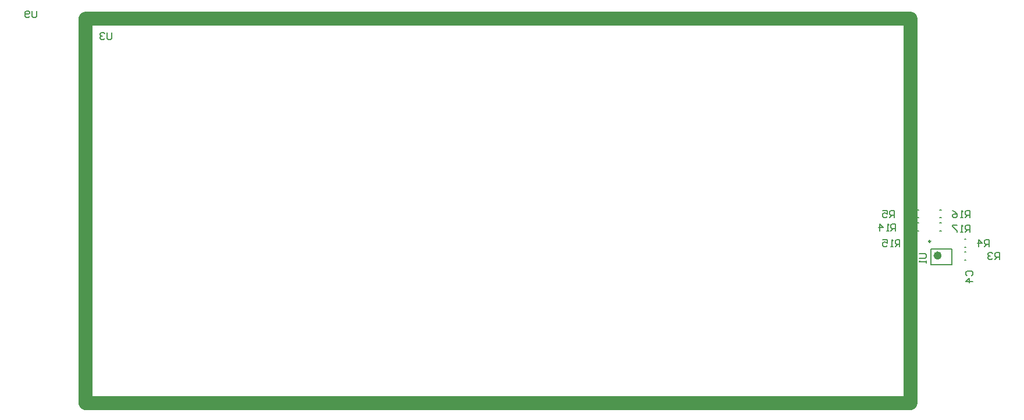
<source format=gbo>
G04*
G04 #@! TF.GenerationSoftware,Altium Limited,Altium Designer,18.1.11 (251)*
G04*
G04 Layer_Color=32896*
%FSLAX25Y25*%
%MOIN*%
G70*
G01*
G75*
%ADD10C,0.00984*%
%ADD11C,0.02362*%
%ADD12C,0.00787*%
%ADD17C,0.07874*%
D10*
X523331Y100598D02*
G03*
X523331Y100598I-492J0D01*
G01*
D11*
X528547Y92429D02*
G03*
X528547Y92429I-1181J0D01*
G01*
D12*
X535634Y87311D02*
Y96366D01*
X523429Y87311D02*
Y96366D01*
Y87311D02*
X535634D01*
X523429Y96366D02*
X535634D01*
X528638Y111102D02*
X529425D01*
X528638Y106575D02*
X529425D01*
X528638Y118602D02*
X529425D01*
X528638Y114075D02*
X529425D01*
X512992Y101870D02*
X513779D01*
X512992Y97342D02*
X513779D01*
X515681Y111102D02*
X516468D01*
X515681Y106575D02*
X516468D01*
X515638Y118602D02*
X516425D01*
X515638Y114075D02*
X516425D01*
X542913Y97342D02*
X543701D01*
X542913Y101870D02*
X543701D01*
X542913Y89862D02*
X543701D01*
X542913Y94390D02*
X543701D01*
X11154Y232677D02*
Y229397D01*
X10498Y228741D01*
X9186D01*
X8530Y229397D01*
Y232677D01*
X7218Y229397D02*
X6562Y228741D01*
X5250D01*
X4594Y229397D01*
Y232021D01*
X5250Y232677D01*
X6562D01*
X7218Y232021D01*
Y231365D01*
X6562Y230709D01*
X4594D01*
X54067Y220078D02*
Y216798D01*
X53411Y216142D01*
X52099D01*
X51443Y216798D01*
Y220078D01*
X50131Y219422D02*
X49475Y220078D01*
X48164D01*
X47508Y219422D01*
Y218766D01*
X48164Y218110D01*
X48820D01*
X48164D01*
X47508Y217454D01*
Y216798D01*
X48164Y216142D01*
X49475D01*
X50131Y216798D01*
X545864Y105906D02*
Y109842D01*
X543897D01*
X543241Y109186D01*
Y107874D01*
X543897Y107218D01*
X545864D01*
X544553D02*
X543241Y105906D01*
X541929D02*
X540617D01*
X541273D01*
Y109842D01*
X541929Y109186D01*
X538649Y109842D02*
X536025D01*
Y109186D01*
X538649Y106562D01*
Y105906D01*
X545864Y114174D02*
Y118110D01*
X543897D01*
X543241Y117454D01*
Y116142D01*
X543897Y115486D01*
X545864D01*
X544553D02*
X543241Y114174D01*
X541929D02*
X540617D01*
X541273D01*
Y118110D01*
X541929Y117454D01*
X536025Y118110D02*
X537337Y117454D01*
X538649Y116142D01*
Y114830D01*
X537993Y114174D01*
X536681D01*
X536025Y114830D01*
Y115486D01*
X536681Y116142D01*
X538649D01*
X516930Y93569D02*
X520210D01*
X520865Y92913D01*
Y91601D01*
X520210Y90945D01*
X516930D01*
X520865Y89633D02*
Y88321D01*
Y88977D01*
X516930D01*
X517586Y89633D01*
X505707Y97638D02*
Y101574D01*
X503739D01*
X503083Y100918D01*
Y99606D01*
X503739Y98950D01*
X505707D01*
X504395D02*
X503083Y97638D01*
X501771D02*
X500459D01*
X501115D01*
Y101574D01*
X501771Y100918D01*
X495868Y101574D02*
X498492D01*
Y99606D01*
X497180Y100262D01*
X496524D01*
X495868Y99606D01*
Y98294D01*
X496524Y97638D01*
X497836D01*
X498492Y98294D01*
X503345Y106693D02*
Y110629D01*
X501377D01*
X500721Y109973D01*
Y108661D01*
X501377Y108005D01*
X503345D01*
X502033D02*
X500721Y106693D01*
X499409D02*
X498097D01*
X498753D01*
Y110629D01*
X499409Y109973D01*
X494162Y106693D02*
Y110629D01*
X496129Y108661D01*
X493505D01*
X502492Y114174D02*
Y118110D01*
X500525D01*
X499869Y117454D01*
Y116142D01*
X500525Y115486D01*
X502492D01*
X501181D02*
X499869Y114174D01*
X495933Y118110D02*
X498557D01*
Y116142D01*
X497245Y116798D01*
X496589D01*
X495933Y116142D01*
Y114830D01*
X496589Y114174D01*
X497901D01*
X498557Y114830D01*
X556823Y97638D02*
Y101574D01*
X554855D01*
X554199Y100918D01*
Y99606D01*
X554855Y98950D01*
X556823D01*
X555511D02*
X554199Y97638D01*
X550919D02*
Y101574D01*
X552887Y99606D01*
X550264D01*
X562729Y90158D02*
Y94094D01*
X560761D01*
X560105Y93438D01*
Y92126D01*
X560761Y91470D01*
X562729D01*
X561417D02*
X560105Y90158D01*
X558793Y93438D02*
X558137Y94094D01*
X556825D01*
X556169Y93438D01*
Y92782D01*
X556825Y92126D01*
X557481D01*
X556825D01*
X556169Y91470D01*
Y90814D01*
X556825Y90158D01*
X558137D01*
X558793Y90814D01*
X544357Y80971D02*
X543701Y81627D01*
Y82939D01*
X544357Y83595D01*
X546981D01*
X547637Y82939D01*
Y81627D01*
X546981Y80971D01*
X547637Y77691D02*
X543701D01*
X545669Y79659D01*
Y77035D01*
D17*
X39370Y7874D02*
Y228346D01*
Y7874D02*
X511811D01*
Y228346D01*
X39370D02*
X511811D01*
M02*

</source>
